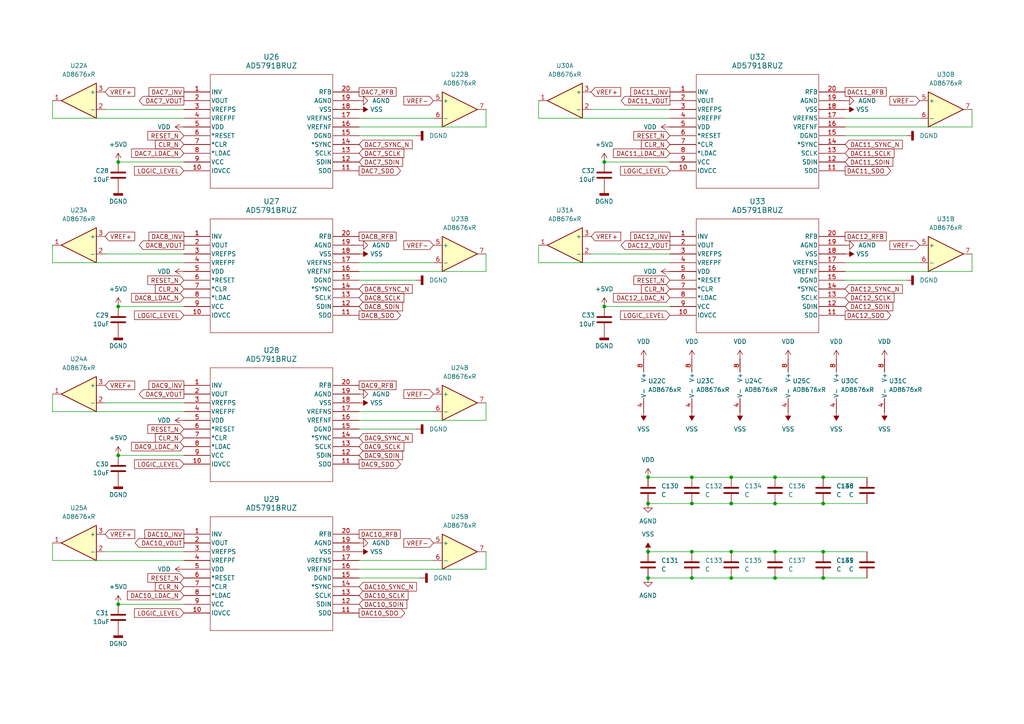
<source format=kicad_sch>
(kicad_sch (version 20250114) (generator "eeschema") (generator_version "9.0")
  (paper "A4")
  (lib_symbols
    (symbol "AD5791BRUZ_1" (pin_names (offset 0.254))
      (property "Reference" "U10" (at 25.4 10.16 0))
      (property "Value" "AD5791BRUZ" (at 25.4 7.62 0))
      (symbol "AD5791BRUZ_1_0_1"
        (polyline (pts (xy 7.62 5.08) (xy 7.62 -27.94)) (stroke (width 0.127)))
        (polyline (pts (xy 7.62 -27.94) (xy 43.18 -27.94)) (stroke (width 0.127)))
        (polyline (pts (xy 43.18 5.08) (xy 7.62 5.08)) (stroke (width 0.127)))
        (polyline (pts (xy 43.18 -27.94) (xy 43.18 5.08)) (stroke (width 0.127)))
        (pin passive line (at 0 0 0) (length 7.62) (name "INV") (number "1"))
        (pin output line (at 0 -2.54 0) (length 7.62) (name "VOUT") (number "2"))
        (pin passive line (at 0 -5.08 0) (length 7.62) (name "VREFPS") (number "3"))
        (pin passive line (at 0 -7.62 0) (length 7.62) (name "VREFPF") (number "4"))
        (pin power_in line (at 0 -10.16 0) (length 7.62) (name "VDD") (number "5"))
        (pin input line (at 0 -12.7 0) (length 7.62) (name "*RESET") (number "6"))
        (pin input line (at 0 -15.24 0) (length 7.62) (name "*CLR") (number "7"))
        (pin input line (at 0 -17.78 0) (length 7.62) (name "*LDAC") (number "8"))
        (pin power_in line (at 0 -20.32 0) (length 7.62) (name "VCC") (number "9"))
        (pin passive line (at 0 -22.86 0) (length 7.62) (name "IOVCC") (number "10"))
        (pin passive line (at 50.8 0 180) (length 7.62) (name "RFB") (number "20"))
        (pin passive line (at 50.8 -2.54 180) (length 7.62) (name "AGND") (number "19"))
        (pin passive line (at 50.8 -5.08 180) (length 7.62) (name "VSS") (number "18"))
        (pin passive line (at 50.8 -7.62 180) (length 7.62) (name "VREFNS") (number "17"))
        (pin passive line (at 50.8 -10.16 180) (length 7.62) (name "VREFNF") (number "16"))
        (pin passive line (at 50.8 -12.7 180) (length 7.62) (name "DGND") (number "15"))
        (pin input line (at 50.8 -15.24 180) (length 7.62) (name "*SYNC") (number "14"))
        (pin input line (at 50.8 -17.78 180) (length 7.62) (name "SCLK") (number "13"))
        (pin input line (at 50.8 -20.32 180) (length 7.62) (name "SDIN") (number "12"))
        (pin output line (at 50.8 -22.86 180) (length 7.62) (name "SDO") (number "11"))
      )
    )
    (symbol "Amplifier_Operational:AD8676xR" (pin_names (offset 0.127))
      (property "Reference" "U" (at 2.54 6.35 0))
      (property "Value" "AD8676xR" (at 2.54 3.81 0))
      (symbol "AD8676xR_1_1"
        (polyline (pts (xy 5.08 0) (xy -5.08 5.08) (xy -5.08 -5.08) (xy 5.08 0)) (stroke (width 0.254)) (fill (type background)))
        (pin input line (at -7.62 2.54 0) (length 2.54) (name "+") (number "3"))
        (pin input line (at -7.62 -2.54 0) (length 2.54) (name "-") (number "2"))
        (pin output line (at 7.62 0 180) (length 2.54) (name "~") (number "1"))
      )
      (symbol "AD8676xR_2_1"
        (polyline (pts (xy 5.08 0) (xy -5.08 5.08) (xy -5.08 -5.08) (xy 5.08 0)) (stroke (width 0.254)) (fill (type background)))
        (pin input line (at -7.62 2.54 0) (length 2.54) (name "+") (number "5"))
        (pin input line (at -7.62 -2.54 0) (length 2.54) (name "-") (number "6"))
        (pin output line (at 7.62 0 180) (length 2.54) (name "~") (number "7"))
      )
      (symbol "AD8676xR_3_1"
        (pin power_in line (at 0 7.62 270) (length 3.81) (name "V+") (number "8"))
        (pin power_in line (at 0 -7.62 90) (length 3.81) (name "V-") (number "4"))
      )
    )
    (symbol "Device:C" (pin_numbers (hide yes)) (pin_names (offset 0.254))
      (property "Reference" "C" (at 0.635 2.54 0))
      (property "Value" "C" (at 0.635 -2.54 0))
      (symbol "C_0_1"
        (polyline (pts (xy -2.032 0.762) (xy 2.032 0.762)) (stroke (width 0.508)))
        (polyline (pts (xy -2.032 -0.762) (xy 2.032 -0.762)) (stroke (width 0.508)))
      )
      (symbol "C_1_1"
        (pin passive line (at 0 3.81 270) (length 2.794) (name "~") (number "1"))
        (pin passive line (at 0 -3.81 90) (length 2.794) (name "~") (number "2"))
      )
    )
    (symbol "power:+5V" (power) (pin_numbers (hide yes)) (pin_names (offset 0) (hide yes))
      (property "Value" "+5V" (at 0 3.556 0))
      (symbol "+5V_0_1"
        (polyline (pts (xy -0.762 1.27) (xy 0 2.54)))
        (polyline (pts (xy 0 2.54) (xy 0.762 1.27)))
        (polyline (pts (xy 0 0) (xy 0 2.54)))
      )
      (symbol "+5V_1_1"
        (pin power_in line (at 0 0 90) (length 0) (name "~") (number "1"))
      )
    )
    (symbol "power:GND" (power) (pin_numbers (hide yes)) (pin_names (offset 0) (hide yes))
      (property "Value" "GND" (at 0 -3.81 0))
      (symbol "GND_0_1"
        (polyline (pts (xy 0 0) (xy 0 -1.27) (xy 1.27 -1.27) (xy 0 -2.54) (xy -1.27 -1.27) (xy 0 -1.27)))
      )
      (symbol "GND_1_1"
        (pin power_in line (at 0 0 270) (length 0) (name "~") (number "1"))
      )
    )
    (symbol "power:GNDD" (power) (pin_numbers (hide yes)) (pin_names (offset 0) (hide yes))
      (property "Value" "GNDD" (at 0 -3.175 0))
      (symbol "GNDD_0_1"
        (rectangle (start -1.27 -1.524) (end 1.27 -2.032) (stroke (width 0.254)) (fill (type outline)))
        (polyline (pts (xy 0 0) (xy 0 -1.524)))
      )
      (symbol "GNDD_1_1"
        (pin power_in line (at 0 0 270) (length 0) (name "~") (number "1"))
      )
    )
    (symbol "power:VDD" (power) (pin_numbers (hide yes)) (pin_names (offset 0) (hide yes))
      (property "Value" "VDD" (at 0 3.556 0))
      (symbol "VDD_0_1"
        (polyline (pts (xy -0.762 1.27) (xy 0 2.54)))
        (polyline (pts (xy 0 2.54) (xy 0.762 1.27)))
        (polyline (pts (xy 0 0) (xy 0 2.54)))
      )
      (symbol "VDD_1_1"
        (pin power_in line (at 0 0 90) (length 0) (name "~") (number "1"))
      )
    )
    (symbol "power:VSS" (power) (pin_numbers (hide yes)) (pin_names (offset 0) (hide yes))
      (property "Value" "VSS" (at 0 3.556 0))
      (symbol "VSS_0_1"
        (polyline (pts (xy 0 0) (xy 0 2.54)))
        (polyline (pts (xy 0.762 1.27) (xy -0.762 1.27) (xy 0 2.54) (xy 0.762 1.27)) (fill (type outline)))
      )
      (symbol "VSS_1_1"
        (pin power_in line (at 0 0 90) (length 0) (name "~") (number "1"))
      )
    )
  )
  (junction (at 224.79 138.43))
  (junction (at 187.96 160.02))
  (junction (at 238.76 167.64))
  (junction (at 175.26 88.9))
  (junction (at 238.76 160.02))
  (junction (at 212.09 160.02))
  (junction (at 34.29 132.08))
  (junction (at 212.09 146.05))
  (junction (at 34.29 46.99))
  (junction (at 34.29 88.9))
  (junction (at 212.09 138.43))
  (junction (at 187.96 146.05))
  (junction (at 200.66 160.02))
  (junction (at 200.66 138.43))
  (junction (at 200.66 167.64))
  (junction (at 212.09 167.64))
  (junction (at 224.79 167.64))
  (junction (at 238.76 146.05))
  (junction (at 224.79 146.05))
  (junction (at 238.76 138.43))
  (junction (at 175.26 46.99))
  (junction (at 200.66 146.05))
  (junction (at 187.96 138.43))
  (junction (at 34.29 175.26))
  (junction (at 187.96 167.64))
  (junction (at 224.79 160.02))
  (wire (pts (xy 262.89 39.37) (xy 245.11 39.37)))
  (wire (pts (xy 238.76 138.43) (xy 251.46 138.43)))
  (wire (pts (xy 187.96 160.02) (xy 200.66 160.02)))
  (wire (pts (xy 104.14 165.1) (xy 140.97 165.1)))
  (wire (pts (xy 245.11 76.2) (xy 266.7 76.2)))
  (wire (pts (xy 200.66 146.05) (xy 212.09 146.05)))
  (wire (pts (xy 245.11 34.29) (xy 266.7 34.29)))
  (wire (pts (xy 156.21 29.21) (xy 156.21 34.29)))
  (wire (pts (xy 104.14 162.56) (xy 125.73 162.56)))
  (wire (pts (xy 15.24 162.56) (xy 53.34 162.56)))
  (wire (pts (xy 281.94 36.83) (xy 281.94 31.75)))
  (wire (pts (xy 212.09 138.43) (xy 224.79 138.43)))
  (wire (pts (xy 15.24 119.38) (xy 53.34 119.38)))
  (wire (pts (xy 104.14 78.74) (xy 140.97 78.74)))
  (wire (pts (xy 15.24 71.12) (xy 15.24 76.2)))
  (wire (pts (xy 104.14 34.29) (xy 125.73 34.29)))
  (wire (pts (xy 245.11 78.74) (xy 281.94 78.74)))
  (wire (pts (xy 30.48 73.66) (xy 53.34 73.66)))
  (wire (pts (xy 104.14 36.83) (xy 140.97 36.83)))
  (wire (pts (xy 104.14 76.2) (xy 125.73 76.2)))
  (wire (pts (xy 262.89 81.28) (xy 245.11 81.28)))
  (wire (pts (xy 15.24 34.29) (xy 53.34 34.29)))
  (wire (pts (xy 238.76 160.02) (xy 251.46 160.02)))
  (wire (pts (xy 140.97 78.74) (xy 140.97 73.66)))
  (wire (pts (xy 104.14 121.92) (xy 140.97 121.92)))
  (wire (pts (xy 104.14 119.38) (xy 125.73 119.38)))
  (wire (pts (xy 120.65 39.37) (xy 104.14 39.37)))
  (wire (pts (xy 281.94 78.74) (xy 281.94 73.66)))
  (wire (pts (xy 238.76 146.05) (xy 251.46 146.05)))
  (wire (pts (xy 140.97 36.83) (xy 140.97 31.75)))
  (wire (pts (xy 140.97 121.92) (xy 140.97 116.84)))
  (wire (pts (xy 200.66 160.02) (xy 212.09 160.02)))
  (wire (pts (xy 34.29 46.99) (xy 53.34 46.99)))
  (wire (pts (xy 224.79 138.43) (xy 238.76 138.43)))
  (wire (pts (xy 245.11 36.83) (xy 281.94 36.83)))
  (wire (pts (xy 30.48 160.02) (xy 53.34 160.02)))
  (wire (pts (xy 34.29 175.26) (xy 53.34 175.26)))
  (wire (pts (xy 15.24 76.2) (xy 53.34 76.2)))
  (wire (pts (xy 15.24 157.48) (xy 15.24 162.56)))
  (wire (pts (xy 212.09 160.02) (xy 224.79 160.02)))
  (wire (pts (xy 34.29 132.08) (xy 53.34 132.08)))
  (wire (pts (xy 175.26 46.99) (xy 194.31 46.99)))
  (wire (pts (xy 120.65 81.28) (xy 104.14 81.28)))
  (wire (pts (xy 175.26 88.9) (xy 194.31 88.9)))
  (wire (pts (xy 120.65 124.46) (xy 104.14 124.46)))
  (wire (pts (xy 171.45 73.66) (xy 194.31 73.66)))
  (wire (pts (xy 15.24 29.21) (xy 15.24 34.29)))
  (wire (pts (xy 224.79 167.64) (xy 238.76 167.64)))
  (wire (pts (xy 212.09 146.05) (xy 224.79 146.05)))
  (wire (pts (xy 200.66 138.43) (xy 212.09 138.43)))
  (wire (pts (xy 34.29 88.9) (xy 53.34 88.9)))
  (wire (pts (xy 224.79 160.02) (xy 238.76 160.02)))
  (wire (pts (xy 212.09 167.64) (xy 224.79 167.64)))
  (wire (pts (xy 15.24 114.3) (xy 15.24 119.38)))
  (wire (pts (xy 156.21 34.29) (xy 194.31 34.29)))
  (wire (pts (xy 238.76 167.64) (xy 251.46 167.64)))
  (wire (pts (xy 187.96 138.43) (xy 200.66 138.43)))
  (wire (pts (xy 121.92 167.64) (xy 104.14 167.64)))
  (wire (pts (xy 156.21 76.2) (xy 194.31 76.2)))
  (wire (pts (xy 30.48 116.84) (xy 53.34 116.84)))
  (wire (pts (xy 140.97 165.1) (xy 140.97 160.02)))
  (wire (pts (xy 171.45 31.75) (xy 194.31 31.75)))
  (wire (pts (xy 200.66 167.64) (xy 212.09 167.64)))
  (wire (pts (xy 187.96 146.05) (xy 200.66 146.05)))
  (wire (pts (xy 30.48 31.75) (xy 53.34 31.75)))
  (wire (pts (xy 224.79 146.05) (xy 238.76 146.05)))
  (wire (pts (xy 156.21 71.12) (xy 156.21 76.2)))
  (wire (pts (xy 187.96 167.64) (xy 200.66 167.64)))
  (global_label "DAC10_VOUT" (shape output) (at 53.34 157.48 180) (property "Intersheetrefs" "${INTERSHEET_REFS}" (effects (hide yes))))
  (global_label "RESET_N" (shape input) (at 53.34 81.28 180) (property "Intersheetrefs" "${INTERSHEET_REFS}" (effects (hide yes))))
  (global_label "DAC10_RFB" (shape passive) (at 104.14 154.94 0) (property "Intersheetrefs" "${INTERSHEET_REFS}" (effects (hide yes))))
  (global_label "DAC9_RFB" (shape passive) (at 104.14 111.76 0) (property "Intersheetrefs" "${INTERSHEET_REFS}" (effects (hide yes))))
  (global_label "DAC12_SCLK" (shape input) (at 245.11 86.36 0) (property "Intersheetrefs" "${INTERSHEET_REFS}" (effects (hide yes))))
  (global_label "VREF+" (shape input) (at 171.45 68.58 0) (property "Intersheetrefs" "${INTERSHEET_REFS}" (effects (hide yes))))
  (global_label "DAC11_SYNC_N" (shape input) (at 245.11 41.91 0) (property "Intersheetrefs" "${INTERSHEET_REFS}" (effects (hide yes))))
  (global_label "DAC8_VOUT" (shape output) (at 53.34 71.12 180) (property "Intersheetrefs" "${INTERSHEET_REFS}" (effects (hide yes))))
  (global_label "DAC12_SDIN" (shape input) (at 245.11 88.9 0) (property "Intersheetrefs" "${INTERSHEET_REFS}" (effects (hide yes))))
  (global_label "DAC11_RFB" (shape passive) (at 245.11 26.67 0) (property "Intersheetrefs" "${INTERSHEET_REFS}" (effects (hide yes))))
  (global_label "RESET_N" (shape input) (at 53.34 124.46 180) (property "Intersheetrefs" "${INTERSHEET_REFS}" (effects (hide yes))))
  (global_label "DAC12_SDO" (shape output) (at 245.11 91.44 0) (property "Intersheetrefs" "${INTERSHEET_REFS}" (effects (hide yes))))
  (global_label "RESET_N" (shape input) (at 194.31 39.37 180) (property "Intersheetrefs" "${INTERSHEET_REFS}" (effects (hide yes))))
  (global_label "VREF+" (shape input) (at 171.45 26.67 0) (property "Intersheetrefs" "${INTERSHEET_REFS}" (effects (hide yes))))
  (global_label "LOGIC_LEVEL" (shape input) (at 53.34 134.62 180) (property "Intersheetrefs" "${INTERSHEET_REFS}" (effects (hide yes))))
  (global_label "RESET_N" (shape input) (at 53.34 39.37 180) (property "Intersheetrefs" "${INTERSHEET_REFS}" (effects (hide yes))))
  (global_label "CLR_N" (shape input) (at 53.34 41.91 180) (property "Intersheetrefs" "${INTERSHEET_REFS}" (effects (hide yes))))
  (global_label "DAC10_LDAC_N" (shape input) (at 53.34 172.72 180) (property "Intersheetrefs" "${INTERSHEET_REFS}" (effects (hide yes))))
  (global_label "DAC11_LDAC_N" (shape input) (at 194.31 44.45 180) (property "Intersheetrefs" "${INTERSHEET_REFS}" (effects (hide yes))))
  (global_label "DAC10_SYNC_N" (shape input) (at 104.14 170.18 0) (property "Intersheetrefs" "${INTERSHEET_REFS}" (effects (hide yes))))
  (global_label "VREF+" (shape input) (at 30.48 111.76 0) (property "Intersheetrefs" "${INTERSHEET_REFS}" (effects (hide yes))))
  (global_label "DAC9_SDIN" (shape input) (at 104.14 132.08 0) (property "Intersheetrefs" "${INTERSHEET_REFS}" (effects (hide yes))))
  (global_label "DAC8_SDIN" (shape input) (at 104.14 88.9 0) (property "Intersheetrefs" "${INTERSHEET_REFS}" (effects (hide yes))))
  (global_label "CLR_N" (shape input) (at 194.31 83.82 180) (property "Intersheetrefs" "${INTERSHEET_REFS}" (effects (hide yes))))
  (global_label "DAC9_VOUT" (shape output) (at 53.34 114.3 180) (property "Intersheetrefs" "${INTERSHEET_REFS}" (effects (hide yes))))
  (global_label "DAC12_INV" (shape passive) (at 194.31 68.58 180) (property "Intersheetrefs" "${INTERSHEET_REFS}" (effects (hide yes))))
  (global_label "VREF-" (shape input) (at 125.73 29.21 180) (property "Intersheetrefs" "${INTERSHEET_REFS}" (effects (hide yes))))
  (global_label "VREF-" (shape input) (at 125.73 114.3 180) (property "Intersheetrefs" "${INTERSHEET_REFS}" (effects (hide yes))))
  (global_label "CLR_N" (shape input) (at 53.34 127 180) (property "Intersheetrefs" "${INTERSHEET_REFS}" (effects (hide yes))))
  (global_label "DAC10_INV" (shape passive) (at 53.34 154.94 180) (property "Intersheetrefs" "${INTERSHEET_REFS}" (effects (hide yes))))
  (global_label "VREF-" (shape input) (at 125.73 71.12 180) (property "Intersheetrefs" "${INTERSHEET_REFS}" (effects (hide yes))))
  (global_label "RESET_N" (shape input) (at 53.34 167.64 180) (property "Intersheetrefs" "${INTERSHEET_REFS}" (effects (hide yes))))
  (global_label "DAC9_SYNC_N" (shape input) (at 104.14 127 0) (property "Intersheetrefs" "${INTERSHEET_REFS}" (effects (hide yes))))
  (global_label "DAC12_RFB" (shape passive) (at 245.11 68.58 0) (property "Intersheetrefs" "${INTERSHEET_REFS}" (effects (hide yes))))
  (global_label "DAC7_INV" (shape passive) (at 53.34 26.67 180) (property "Intersheetrefs" "${INTERSHEET_REFS}" (effects (hide yes))))
  (global_label "DAC7_SDO" (shape output) (at 104.14 49.53 0) (property "Intersheetrefs" "${INTERSHEET_REFS}" (effects (hide yes))))
  (global_label "VREF-" (shape input) (at 266.7 71.12 180) (property "Intersheetrefs" "${INTERSHEET_REFS}" (effects (hide yes))))
  (global_label "CLR_N" (shape input) (at 53.34 170.18 180) (property "Intersheetrefs" "${INTERSHEET_REFS}" (effects (hide yes))))
  (global_label "CLR_N" (shape input) (at 53.34 83.82 180) (property "Intersheetrefs" "${INTERSHEET_REFS}" (effects (hide yes))))
  (global_label "VREF+" (shape input) (at 30.48 68.58 0) (property "Intersheetrefs" "${INTERSHEET_REFS}" (effects (hide yes))))
  (global_label "LOGIC_LEVEL" (shape input) (at 194.31 49.53 180) (property "Intersheetrefs" "${INTERSHEET_REFS}" (effects (hide yes))))
  (global_label "VREF+" (shape input) (at 30.48 26.67 0) (property "Intersheetrefs" "${INTERSHEET_REFS}" (effects (hide yes))))
  (global_label "DAC8_SYNC_N" (shape input) (at 104.14 83.82 0) (property "Intersheetrefs" "${INTERSHEET_REFS}" (effects (hide yes))))
  (global_label "DAC9_SDO" (shape output) (at 104.14 134.62 0) (property "Intersheetrefs" "${INTERSHEET_REFS}" (effects (hide yes))))
  (global_label "LOGIC_LEVEL" (shape input) (at 53.34 49.53 180) (property "Intersheetrefs" "${INTERSHEET_REFS}" (effects (hide yes))))
  (global_label "CLR_N" (shape input) (at 194.31 41.91 180) (property "Intersheetrefs" "${INTERSHEET_REFS}" (effects (hide yes))))
  (global_label "DAC9_SCLK" (shape input) (at 104.14 129.54 0) (property "Intersheetrefs" "${INTERSHEET_REFS}" (effects (hide yes))))
  (global_label "DAC8_RFB" (shape passive) (at 104.14 68.58 0) (property "Intersheetrefs" "${INTERSHEET_REFS}" (effects (hide yes))))
  (global_label "DAC11_INV" (shape passive) (at 194.31 26.67 180) (property "Intersheetrefs" "${INTERSHEET_REFS}" (effects (hide yes))))
  (global_label "DAC10_SCLK" (shape input) (at 104.14 172.72 0) (property "Intersheetrefs" "${INTERSHEET_REFS}" (effects (hide yes))))
  (global_label "DAC10_SDIN" (shape input) (at 104.14 175.26 0) (property "Intersheetrefs" "${INTERSHEET_REFS}" (effects (hide yes))))
  (global_label "DAC7_LDAC_N" (shape input) (at 53.34 44.45 180) (property "Intersheetrefs" "${INTERSHEET_REFS}" (effects (hide yes))))
  (global_label "DAC10_SDO" (shape output) (at 104.14 177.8 0) (property "Intersheetrefs" "${INTERSHEET_REFS}" (effects (hide yes))))
  (global_label "DAC8_LDAC_N" (shape input) (at 53.34 86.36 180) (property "Intersheetrefs" "${INTERSHEET_REFS}" (effects (hide yes))))
  (global_label "LOGIC_LEVEL" (shape input) (at 53.34 177.8 180) (property "Intersheetrefs" "${INTERSHEET_REFS}" (effects (hide yes))))
  (global_label "DAC8_INV" (shape passive) (at 53.34 68.58 180) (property "Intersheetrefs" "${INTERSHEET_REFS}" (effects (hide yes))))
  (global_label "DAC9_INV" (shape passive) (at 53.34 111.76 180) (property "Intersheetrefs" "${INTERSHEET_REFS}" (effects (hide yes))))
  (global_label "DAC7_RFB" (shape passive) (at 104.14 26.67 0) (property "Intersheetrefs" "${INTERSHEET_REFS}" (effects (hide yes))))
  (global_label "DAC11_VOUT" (shape output) (at 194.31 29.21 180) (property "Intersheetrefs" "${INTERSHEET_REFS}" (effects (hide yes))))
  (global_label "DAC7_VOUT" (shape output) (at 53.34 29.21 180) (property "Intersheetrefs" "${INTERSHEET_REFS}" (effects (hide yes))))
  (global_label "DAC11_SDO" (shape output) (at 245.11 49.53 0) (property "Intersheetrefs" "${INTERSHEET_REFS}" (effects (hide yes))))
  (global_label "DAC12_VOUT" (shape output) (at 194.31 71.12 180) (property "Intersheetrefs" "${INTERSHEET_REFS}" (effects (hide yes))))
  (global_label "VREF-" (shape input) (at 125.73 157.48 180) (property "Intersheetrefs" "${INTERSHEET_REFS}" (effects (hide yes))))
  (global_label "LOGIC_LEVEL" (shape input) (at 53.34 91.44 180) (property "Intersheetrefs" "${INTERSHEET_REFS}" (effects (hide yes))))
  (global_label "DAC8_SCLK" (shape input) (at 104.14 86.36 0) (property "Intersheetrefs" "${INTERSHEET_REFS}" (effects (hide yes))))
  (global_label "DAC11_SDIN" (shape input) (at 245.11 46.99 0) (property "Intersheetrefs" "${INTERSHEET_REFS}" (effects (hide yes))))
  (global_label "RESET_N" (shape input) (at 194.31 81.28 180) (property "Intersheetrefs" "${INTERSHEET_REFS}" (effects (hide yes))))
  (global_label "VREF+" (shape input) (at 30.48 154.94 0) (property "Intersheetrefs" "${INTERSHEET_REFS}" (effects (hide yes))))
  (global_label "LOGIC_LEVEL" (shape input) (at 194.31 91.44 180) (property "Intersheetrefs" "${INTERSHEET_REFS}" (effects (hide yes))))
  (global_label "DAC9_LDAC_N" (shape input) (at 53.34 129.54 180) (property "Intersheetrefs" "${INTERSHEET_REFS}" (effects (hide yes))))
  (global_label "DAC12_LDAC_N" (shape input) (at 194.31 86.36 180) (property "Intersheetrefs" "${INTERSHEET_REFS}" (effects (hide yes))))
  (global_label "DAC7_SDIN" (shape input) (at 104.14 46.99 0) (property "Intersheetrefs" "${INTERSHEET_REFS}" (effects (hide yes))))
  (global_label "DAC12_SYNC_N" (shape input) (at 245.11 83.82 0) (property "Intersheetrefs" "${INTERSHEET_REFS}" (effects (hide yes))))
  (global_label "DAC7_SYNC_N" (shape input) (at 104.14 41.91 0) (property "Intersheetrefs" "${INTERSHEET_REFS}" (effects (hide yes))))
  (global_label "DAC11_SCLK" (shape input) (at 245.11 44.45 0) (property "Intersheetrefs" "${INTERSHEET_REFS}" (effects (hide yes))))
  (global_label "VREF-" (shape input) (at 266.7 29.21 180) (property "Intersheetrefs" "${INTERSHEET_REFS}" (effects (hide yes))))
  (global_label "DAC7_SCLK" (shape input) (at 104.14 44.45 0) (property "Intersheetrefs" "${INTERSHEET_REFS}" (effects (hide yes))))
  (global_label "DAC8_SDO" (shape output) (at 104.14 91.44 0) (property "Intersheetrefs" "${INTERSHEET_REFS}" (effects (hide yes))))
  (symbol (lib_id "power:VSS") (at 104.14 73.66 270) (mirror x) (unit 1)
    (property "Reference" "#PWR0103" (effects (hide yes)))
    (property "Value" "VSS" (at 109.22 73.66 90))
    (property "Description" "Power symbol creates a global label with name \"VSS\"" (effects (hide yes)))
  )
  (symbol (lib_id "power:GND") (at 187.96 146.05 0) (unit 1)
    (property "Reference" "#PWR0515" (effects (hide yes)))
    (property "Value" "AGND" (at 187.96 151.13 0))
    (property "Description" "Power symbol creates a global label with name \"GND\" , ground" (effects (hide yes)))
  )
  (symbol (lib_name "AD5791BRUZ_1") (lib_id "2025-11-19_00-21-39:AD5791BRUZ") (at 53.34 26.67 0) (unit 1)
    (property "Reference" "U26" (at 78.74 16.51 0) (effects (font (size 1.524 1.524))))
    (property "Value" "AD5791BRUZ" (at 78.74 19.05 0) (effects (font (size 1.524 1.524))))
    (property "Footprint" "Package_SO:TSSOP-20_4.4x6.5mm_P0.65mm" (effects (hide yes)))
    (property "Datasheet" "https://www.analog.com/media/en/technical-documentation/data-sheets/AD5791-EP.pdf" (effects (hide yes)))
  )
  (symbol (lib_id "power:VDD") (at 242.57 104.14 0) (unit 1)
    (property "Reference" "#PWR0123" (effects (hide yes)))
    (property "Value" "VDD" (at 242.57 99.06 0))
    (property "Description" "Power symbol creates a global label with name \"VDD\"" (effects (hide yes)))
  )
  (symbol (lib_id "Device:C") (at 224.79 163.83 0) (unit 1)
    (property "Reference" "C137" (at 228.6 162.5599 0) (effects (justify left)))
    (property "Value" "C" (at 228.6 165.0999 0) (effects (justify left)))
    (property "Footprint" "Capacitor_SMD:C_0402_1005Metric_Pad0.74x0.62mm_HandSolder" (effects (hide yes)))
    (property "Description" "Unpolarized capacitor" (effects (hide yes)))
  )
  (symbol (lib_id "power:GNDD") (at 34.29 182.88 0) (unit 1)
    (property "Reference" "#PWR094" (effects (hide yes)))
    (property "Value" "DGND" (at 34.29 186.69 0))
    (property "Description" "Power symbol creates a global label with name \"GNDD\" , digital ground" (effects (hide yes)))
  )
  (symbol (lib_id "Amplifier_Operational:AD8676xR") (at 242.57 111.76 0) (unit 3)
    (property "Reference" "U30" (at 243.84 110.4899 0) (effects (justify left)))
    (property "Value" "AD8676xR" (at 243.84 113.0299 0) (effects (justify left)))
    (property "Footprint" "Package_SO:SOIC-8_3.9x4.9mm_P1.27mm" (effects (hide yes)))
    (property "Datasheet" "https://www.analog.com/media/en/technical-documentation/data-sheets/AD8676.pdf" (effects (hide yes)))
    (property "Description" "Dual operational amplifier, Ultra-precision, 36V, Rail-to-rail output, SOIC-8" (effects (hide yes)))
  )
  (symbol (lib_id "power:VDD") (at 53.34 78.74 90) (unit 1)
    (property "Reference" "#PWR096" (effects (hide yes)))
    (property "Value" "VDD" (at 49.53 78.7399 90) (effects (justify left)))
    (property "Description" "Power symbol creates a global label with name \"VDD\"" (effects (hide yes)))
  )
  (symbol (lib_id "power:+5V") (at 175.26 88.9 0) (unit 1)
    (property "Reference" "#PWR0278" (effects (hide yes)))
    (property "Value" "+5VD" (at 175.26 83.82 0))
    (property "Description" "Power symbol creates a global label with name \"+5V\"" (effects (hide yes)))
  )
  (symbol (lib_id "power:VDD") (at 214.63 104.14 0) (unit 1)
    (property "Reference" "#PWR0119" (effects (hide yes)))
    (property "Value" "VDD" (at 214.63 99.06 0))
    (property "Description" "Power symbol creates a global label with name \"VDD\"" (effects (hide yes)))
  )
  (symbol (lib_id "power:VSS") (at 256.54 119.38 0) (mirror x) (unit 1)
    (property "Reference" "#PWR0132" (effects (hide yes)))
    (property "Value" "VSS" (at 256.54 124.46 0))
    (property "Description" "Power symbol creates a global label with name \"VSS\"" (effects (hide yes)))
  )
  (symbol (lib_id "power:+5V") (at 34.29 88.9 0) (unit 1)
    (property "Reference" "#PWR0275" (effects (hide yes)))
    (property "Value" "+5VD" (at 34.29 83.82 0))
    (property "Description" "Power symbol creates a global label with name \"+5V\"" (effects (hide yes)))
  )
  (symbol (lib_name "AD5791BRUZ_1") (lib_id "2025-11-19_00-21-39:AD5791BRUZ") (at 194.31 26.67 0) (unit 1)
    (property "Reference" "U32" (at 219.71 16.51 0) (effects (font (size 1.524 1.524))))
    (property "Value" "AD5791BRUZ" (at 219.71 19.05 0) (effects (font (size 1.524 1.524))))
    (property "Footprint" "Package_SO:TSSOP-20_4.4x6.5mm_P0.65mm" (effects (hide yes)))
    (property "Datasheet" "https://www.analog.com/media/en/technical-documentation/data-sheets/AD5791-EP.pdf" (effects (hide yes)))
  )
  (symbol (lib_id "power:GNDD") (at 120.65 39.37 90) (unit 1)
    (property "Reference" "#PWR0101" (effects (hide yes)))
    (property "Value" "DGND" (at 124.46 39.3699 90) (effects (justify right)))
    (property "Description" "Power symbol creates a global label with name \"GNDD\" , digital ground" (effects (hide yes)))
  )
  (symbol (lib_id "power:VSS") (at 104.14 160.02 270) (mirror x) (unit 1)
    (property "Reference" "#PWR0109" (effects (hide yes)))
    (property "Value" "VSS" (at 109.22 160.02 90))
    (property "Description" "Power symbol creates a global label with name \"VSS\"" (effects (hide yes)))
  )
  (symbol (lib_id "power:VDD") (at 194.31 78.74 90) (unit 1)
    (property "Reference" "#PWR0116" (effects (hide yes)))
    (property "Value" "VDD" (at 190.5 78.7399 90) (effects (justify left)))
    (property "Description" "Power symbol creates a global label with name \"VDD\"" (effects (hide yes)))
  )
  (symbol (lib_id "power:GND") (at 104.14 71.12 90) (unit 1)
    (property "Reference" "#PWR0102" (effects (hide yes)))
    (property "Value" "AGND" (at 107.95 71.1199 90) (effects (justify right)))
    (property "Description" "Power symbol creates a global label with name \"GND\" , ground" (effects (hide yes)))
  )
  (symbol (lib_id "Amplifier_Operational:AD8676xR") (at 274.32 31.75 0) (unit 2)
    (property "Reference" "U30" (at 274.32 21.59 0))
    (property "Value" "AD8676xR" (at 274.32 24.13 0))
    (property "Footprint" "Package_SO:SOIC-8_3.9x4.9mm_P1.27mm" (effects (hide yes)))
    (property "Datasheet" "https://www.analog.com/media/en/technical-documentation/data-sheets/AD8676.pdf" (effects (hide yes)))
    (property "Description" "Dual operational amplifier, Ultra-precision, 36V, Rail-to-rail output, SOIC-8" (effects (hide yes)))
  )
  (symbol (lib_id "power:GND") (at 245.11 29.21 90) (unit 1)
    (property "Reference" "#PWR0125" (effects (hide yes)))
    (property "Value" "AGND" (at 248.92 29.2099 90) (effects (justify right)))
    (property "Description" "Power symbol creates a global label with name \"GND\" , ground" (effects (hide yes)))
  )
  (symbol (lib_id "power:GNDD") (at 34.29 54.61 0) (unit 1)
    (property "Reference" "#PWR091" (effects (hide yes)))
    (property "Value" "DGND" (at 34.29 58.42 0))
    (property "Description" "Power symbol creates a global label with name \"GNDD\" , digital ground" (effects (hide yes)))
  )
  (symbol (lib_id "Device:C") (at 34.29 50.8 0) (mirror y) (unit 1)
    (property "Reference" "C28" (at 27.686 49.53 0) (effects (justify right)))
    (property "Value" "10uF" (at 26.924 52.07 0) (effects (justify right)))
    (property "Footprint" "Capacitor_SMD:C_0603_1608Metric_Pad1.08x0.95mm_HandSolder" (effects (hide yes)))
    (property "Description" "Unpolarized capacitor" (effects (hide yes)))
  )
  (symbol (lib_id "power:VDD") (at 53.34 165.1 90) (unit 1)
    (property "Reference" "#PWR098" (effects (hide yes)))
    (property "Value" "VDD" (at 49.53 165.0999 90) (effects (justify left)))
    (property "Description" "Power symbol creates a global label with name \"VDD\"" (effects (hide yes)))
  )
  (symbol (lib_id "Device:C") (at 175.26 50.8 0) (mirror y) (unit 1)
    (property "Reference" "C32" (at 168.656 49.53 0) (effects (justify right)))
    (property "Value" "10uF" (at 167.894 52.07 0) (effects (justify right)))
    (property "Footprint" "Capacitor_SMD:C_0603_1608Metric_Pad1.08x0.95mm_HandSolder" (effects (hide yes)))
    (property "Description" "Unpolarized capacitor" (effects (hide yes)))
  )
  (symbol (lib_id "Device:C") (at 212.09 163.83 0) (unit 1)
    (property "Reference" "C135" (at 215.9 162.5599 0) (effects (justify left)))
    (property "Value" "C" (at 215.9 165.0999 0) (effects (justify left)))
    (property "Footprint" "Capacitor_SMD:C_0402_1005Metric_Pad0.74x0.62mm_HandSolder" (effects (hide yes)))
    (property "Description" "Unpolarized capacitor" (effects (hide yes)))
  )
  (symbol (lib_id "power:VSS") (at 228.6 119.38 0) (mirror x) (unit 1)
    (property "Reference" "#PWR0122" (effects (hide yes)))
    (property "Value" "VSS" (at 228.6 124.46 0))
    (property "Description" "Power symbol creates a global label with name \"VSS\"" (effects (hide yes)))
  )
  (symbol (lib_id "Device:C") (at 187.96 142.24 0) (unit 1)
    (property "Reference" "C130" (at 191.77 140.9699 0) (effects (justify left)))
    (property "Value" "C" (at 191.77 143.5099 0) (effects (justify left)))
    (property "Footprint" "Capacitor_SMD:C_0402_1005Metric_Pad0.74x0.62mm_HandSolder" (effects (hide yes)))
    (property "Description" "Unpolarized capacitor" (effects (hide yes)))
  )
  (symbol (lib_id "power:GNDD") (at 121.92 167.64 90) (unit 1)
    (property "Reference" "#PWR0110" (effects (hide yes)))
    (property "Value" "DGND" (at 125.73 167.6399 90) (effects (justify right)))
    (property "Description" "Power symbol creates a global label with name \"GNDD\" , digital ground" (effects (hide yes)))
  )
  (symbol (lib_id "Device:C") (at 34.29 92.71 0) (mirror y) (unit 1)
    (property "Reference" "C29" (at 27.686 91.44 0) (effects (justify right)))
    (property "Value" "10uF" (at 26.924 93.98 0) (effects (justify right)))
    (property "Footprint" "Capacitor_SMD:C_0603_1608Metric_Pad1.08x0.95mm_HandSolder" (effects (hide yes)))
    (property "Description" "Unpolarized capacitor" (effects (hide yes)))
  )
  (symbol (lib_id "Device:C") (at 224.79 142.24 0) (unit 1)
    (property "Reference" "C136" (at 228.6 140.9699 0) (effects (justify left)))
    (property "Value" "C" (at 228.6 143.5099 0) (effects (justify left)))
    (property "Footprint" "Capacitor_SMD:C_0402_1005Metric_Pad0.74x0.62mm_HandSolder" (effects (hide yes)))
    (property "Description" "Unpolarized capacitor" (effects (hide yes)))
  )
  (symbol (lib_id "power:GNDD") (at 34.29 139.7 0) (unit 1)
    (property "Reference" "#PWR093" (effects (hide yes)))
    (property "Value" "DGND" (at 34.29 143.51 0))
    (property "Description" "Power symbol creates a global label with name \"GNDD\" , digital ground" (effects (hide yes)))
  )
  (symbol (lib_id "Amplifier_Operational:AD8676xR") (at 214.63 111.76 0) (unit 3)
    (property "Reference" "U24" (at 215.9 110.4899 0) (effects (justify left)))
    (property "Value" "AD8676xR" (at 215.9 113.0299 0) (effects (justify left)))
    (property "Footprint" "Package_SO:SOIC-8_3.9x4.9mm_P1.27mm" (effects (hide yes)))
    (property "Datasheet" "https://www.analog.com/media/en/technical-documentation/data-sheets/AD8676.pdf" (effects (hide yes)))
    (property "Description" "Dual operational amplifier, Ultra-precision, 36V, Rail-to-rail output, SOIC-8" (effects (hide yes)))
  )
  (symbol (lib_id "Device:C") (at 212.09 142.24 0) (unit 1)
    (property "Reference" "C134" (at 215.9 140.9699 0) (effects (justify left)))
    (property "Value" "C" (at 215.9 143.5099 0) (effects (justify left)))
    (property "Footprint" "Capacitor_SMD:C_0402_1005Metric_Pad0.74x0.62mm_HandSolder" (effects (hide yes)))
    (property "Description" "Unpolarized capacitor" (effects (hide yes)))
  )
  (symbol (lib_id "power:GND") (at 104.14 29.21 90) (unit 1)
    (property "Reference" "#PWR099" (effects (hide yes)))
    (property "Value" "AGND" (at 107.95 29.2099 90) (effects (justify right)))
    (property "Description" "Power symbol creates a global label with name \"GND\" , ground" (effects (hide yes)))
  )
  (symbol (lib_id "Amplifier_Operational:AD8676xR") (at 228.6 111.76 0) (unit 3)
    (property "Reference" "U25" (at 229.87 110.4899 0) (effects (justify left)))
    (property "Value" "AD8676xR" (at 229.87 113.0299 0) (effects (justify left)))
    (property "Footprint" "Package_SO:SOIC-8_3.9x4.9mm_P1.27mm" (effects (hide yes)))
    (property "Datasheet" "https://www.analog.com/media/en/technical-documentation/data-sheets/AD8676.pdf" (effects (hide yes)))
    (property "Description" "Dual operational amplifier, Ultra-precision, 36V, Rail-to-rail output, SOIC-8" (effects (hide yes)))
  )
  (symbol (lib_id "Device:C") (at 200.66 163.83 0) (unit 1)
    (property "Reference" "C133" (at 204.47 162.5599 0) (effects (justify left)))
    (property "Value" "C" (at 204.47 165.0999 0) (effects (justify left)))
    (property "Footprint" "Capacitor_SMD:C_0402_1005Metric_Pad0.74x0.62mm_HandSolder" (effects (hide yes)))
    (property "Description" "Unpolarized capacitor" (effects (hide yes)))
  )
  (symbol (lib_id "power:GNDD") (at 175.26 54.61 0) (unit 1)
    (property "Reference" "#PWR0111" (effects (hide yes)))
    (property "Value" "DGND" (at 175.26 58.42 0))
    (property "Description" "Power symbol creates a global label with name \"GNDD\" , digital ground" (effects (hide yes)))
  )
  (symbol (lib_id "power:GNDD") (at 262.89 39.37 90) (unit 1)
    (property "Reference" "#PWR0127" (effects (hide yes)))
    (property "Value" "DGND" (at 266.7 39.3699 90) (effects (justify right)))
    (property "Description" "Power symbol creates a global label with name \"GNDD\" , digital ground" (effects (hide yes)))
  )
  (symbol (lib_id "power:VSS") (at 187.96 160.02 0) (mirror y) (unit 1)
    (property "Reference" "#PWR0516" (effects (hide yes)))
    (property "Value" "VSS" (at 187.96 154.94 0))
    (property "Description" "Power symbol creates a global label with name \"VSS\"" (effects (hide yes)))
  )
  (symbol (lib_id "power:VDD") (at 194.31 36.83 90) (unit 1)
    (property "Reference" "#PWR0115" (effects (hide yes)))
    (property "Value" "VDD" (at 190.5 36.8299 90) (effects (justify left)))
    (property "Description" "Power symbol creates a global label with name \"VDD\"" (effects (hide yes)))
  )
  (symbol (lib_id "Amplifier_Operational:AD8676xR") (at 186.69 111.76 0) (unit 3)
    (property "Reference" "U22" (at 187.96 110.4899 0) (effects (justify left)))
    (property "Value" "AD8676xR" (at 187.96 113.0299 0) (effects (justify left)))
    (property "Footprint" "Package_SO:SOIC-8_3.9x4.9mm_P1.27mm" (effects (hide yes)))
    (property "Datasheet" "https://www.analog.com/media/en/technical-documentation/data-sheets/AD8676.pdf" (effects (hide yes)))
    (property "Description" "Dual operational amplifier, Ultra-precision, 36V, Rail-to-rail output, SOIC-8" (effects (hide yes)))
  )
  (symbol (lib_id "Device:C") (at 238.76 163.83 0) (unit 1)
    (property "Reference" "C139" (at 242.57 162.5599 0) (effects (justify left)))
    (property "Value" "C" (at 242.57 165.0999 0) (effects (justify left)))
    (property "Footprint" "Capacitor_SMD:C_0402_1005Metric_Pad0.74x0.62mm_HandSolder" (effects (hide yes)))
    (property "Description" "Unpolarized capacitor" (effects (hide yes)))
  )
  (symbol (lib_id "power:VSS") (at 186.69 119.38 0) (mirror x) (unit 1)
    (property "Reference" "#PWR0114" (effects (hide yes)))
    (property "Value" "VSS" (at 186.69 124.46 0))
    (property "Description" "Power symbol creates a global label with name \"VSS\"" (effects (hide yes)))
  )
  (symbol (lib_id "Device:C") (at 34.29 135.89 0) (mirror y) (unit 1)
    (property "Reference" "C30" (at 27.686 134.62 0) (effects (justify right)))
    (property "Value" "10uF" (at 26.924 137.16 0) (effects (justify right)))
    (property "Footprint" "Capacitor_SMD:C_0603_1608Metric_Pad1.08x0.95mm_HandSolder" (effects (hide yes)))
    (property "Description" "Unpolarized capacitor" (effects (hide yes)))
  )
  (symbol (lib_id "Device:C") (at 175.26 92.71 0) (mirror y) (unit 1)
    (property "Reference" "C33" (at 168.656 91.44 0) (effects (justify right)))
    (property "Value" "10uF" (at 167.894 93.98 0) (effects (justify right)))
    (property "Footprint" "Capacitor_SMD:C_0603_1608Metric_Pad1.08x0.95mm_HandSolder" (effects (hide yes)))
    (property "Description" "Unpolarized capacitor" (effects (hide yes)))
  )
  (symbol (lib_id "power:GNDD") (at 120.65 124.46 90) (unit 1)
    (property "Reference" "#PWR0107" (effects (hide yes)))
    (property "Value" "DGND" (at 124.46 124.4599 90) (effects (justify right)))
    (property "Description" "Power symbol creates a global label with name \"GNDD\" , digital ground" (effects (hide yes)))
  )
  (symbol (lib_name "AD5791BRUZ_1") (lib_id "2025-11-19_00-21-39:AD5791BRUZ") (at 194.31 68.58 0) (unit 1)
    (property "Reference" "U33" (at 219.71 58.42 0) (effects (font (size 1.524 1.524))))
    (property "Value" "AD5791BRUZ" (at 219.71 60.96 0) (effects (font (size 1.524 1.524))))
    (property "Footprint" "Package_SO:TSSOP-20_4.4x6.5mm_P0.65mm" (effects (hide yes)))
    (property "Datasheet" "https://www.analog.com/media/en/technical-documentation/data-sheets/AD5791-EP.pdf" (effects (hide yes)))
  )
  (symbol (lib_name "AD5791BRUZ_1") (lib_id "2025-11-19_00-21-39:AD5791BRUZ") (at 53.34 154.94 0) (unit 1)
    (property "Reference" "U29" (at 78.74 144.78 0) (effects (font (size 1.524 1.524))))
    (property "Value" "AD5791BRUZ" (at 78.74 147.32 0) (effects (font (size 1.524 1.524))))
    (property "Footprint" "Package_SO:TSSOP-20_4.4x6.5mm_P0.65mm" (effects (hide yes)))
    (property "Datasheet" "https://www.analog.com/media/en/technical-documentation/data-sheets/AD5791-EP.pdf" (effects (hide yes)))
  )
  (symbol (lib_name "AD5791BRUZ_1") (lib_id "2025-11-19_00-21-39:AD5791BRUZ") (at 53.34 111.76 0) (unit 1)
    (property "Reference" "U28" (at 78.74 101.6 0) (effects (font (size 1.524 1.524))))
    (property "Value" "AD5791BRUZ" (at 78.74 104.14 0) (effects (font (size 1.524 1.524))))
    (property "Footprint" "Package_SO:TSSOP-20_4.4x6.5mm_P0.65mm" (effects (hide yes)))
    (property "Datasheet" "https://www.analog.com/media/en/technical-documentation/data-sheets/AD5791-EP.pdf" (effects (hide yes)))
  )
  (symbol (lib_id "power:+5V") (at 34.29 175.26 0) (unit 1)
    (property "Reference" "#PWR0277" (effects (hide yes)))
    (property "Value" "+5VD" (at 34.29 170.18 0))
    (property "Description" "Power symbol creates a global label with name \"+5V\"" (effects (hide yes)))
  )
  (symbol (lib_id "power:GNDD") (at 34.29 96.52 0) (unit 1)
    (property "Reference" "#PWR092" (effects (hide yes)))
    (property "Value" "DGND" (at 34.29 100.33 0))
    (property "Description" "Power symbol creates a global label with name \"GNDD\" , digital ground" (effects (hide yes)))
  )
  (symbol (lib_id "Amplifier_Operational:AD8676xR") (at 256.54 111.76 0) (unit 3)
    (property "Reference" "U31" (at 257.81 110.4899 0) (effects (justify left)))
    (property "Value" "AD8676xR" (at 257.81 113.0299 0) (effects (justify left)))
    (property "Footprint" "Package_SO:SOIC-8_3.9x4.9mm_P1.27mm" (effects (hide yes)))
    (property "Datasheet" "https://www.analog.com/media/en/technical-documentation/data-sheets/AD8676.pdf" (effects (hide yes)))
    (property "Description" "Dual operational amplifier, Ultra-precision, 36V, Rail-to-rail output, SOIC-8" (effects (hide yes)))
  )
  (symbol (lib_id "Amplifier_Operational:AD8676xR") (at 22.86 29.21 0) (mirror y) (unit 1)
    (property "Reference" "U22" (at 22.86 19.05 0))
    (property "Value" "AD8676xR" (at 22.86 21.59 0))
    (property "Footprint" "Package_SO:SOIC-8_3.9x4.9mm_P1.27mm" (effects (hide yes)))
    (property "Datasheet" "https://www.analog.com/media/en/technical-documentation/data-sheets/AD8676.pdf" (effects (hide yes)))
    (property "Description" "Dual operational amplifier, Ultra-precision, 36V, Rail-to-rail output, SOIC-8" (effects (hide yes)))
  )
  (symbol (lib_id "power:GND") (at 187.96 167.64 0) (unit 1)
    (property "Reference" "#PWR0517" (effects (hide yes)))
    (property "Value" "AGND" (at 187.96 172.72 0))
    (property "Description" "Power symbol creates a global label with name \"GND\" , ground" (effects (hide yes)))
  )
  (symbol (lib_id "power:VDD") (at 187.96 138.43 0) (unit 1)
    (property "Reference" "#PWR0514" (effects (hide yes)))
    (property "Value" "VDD" (at 187.96 133.35 0))
    (property "Description" "Power symbol creates a global label with name \"VDD\"" (effects (hide yes)))
  )
  (symbol (lib_id "Device:C") (at 251.46 163.83 0) (mirror y) (unit 1)
    (property "Reference" "C141" (at 247.65 162.5599 0) (effects (justify left)))
    (property "Value" "C" (at 247.65 165.0999 0) (effects (justify left)))
    (property "Footprint" "Capacitor_SMD:C_0402_1005Metric_Pad0.74x0.62mm_HandSolder" (effects (hide yes)))
    (property "Description" "Unpolarized capacitor" (effects (hide yes)))
  )
  (symbol (lib_id "power:GND") (at 104.14 114.3 90) (unit 1)
    (property "Reference" "#PWR0105" (effects (hide yes)))
    (property "Value" "AGND" (at 107.95 114.2999 90) (effects (justify right)))
    (property "Description" "Power symbol creates a global label with name \"GND\" , ground" (effects (hide yes)))
  )
  (symbol (lib_id "Amplifier_Operational:AD8676xR") (at 274.32 73.66 0) (unit 2)
    (property "Reference" "U31" (at 274.32 63.5 0))
    (property "Value" "AD8676xR" (at 274.32 66.04 0))
    (property "Footprint" "Package_SO:SOIC-8_3.9x4.9mm_P1.27mm" (effects (hide yes)))
    (property "Datasheet" "https://www.analog.com/media/en/technical-documentation/data-sheets/AD8676.pdf" (effects (hide yes)))
    (property "Description" "Dual operational amplifier, Ultra-precision, 36V, Rail-to-rail output, SOIC-8" (effects (hide yes)))
  )
  (symbol (lib_id "power:GND") (at 245.11 71.12 90) (unit 1)
    (property "Reference" "#PWR0128" (effects (hide yes)))
    (property "Value" "AGND" (at 248.92 71.1199 90) (effects (justify right)))
    (property "Description" "Power symbol creates a global label with name \"GND\" , ground" (effects (hide yes)))
  )
  (symbol (lib_id "Amplifier_Operational:AD8676xR") (at 133.35 31.75 0) (unit 2)
    (property "Reference" "U22" (at 133.35 21.59 0))
    (property "Value" "AD8676xR" (at 133.35 24.13 0))
    (property "Footprint" "Package_SO:SOIC-8_3.9x4.9mm_P1.27mm" (effects (hide yes)))
    (property "Datasheet" "https://www.analog.com/media/en/technical-documentation/data-sheets/AD8676.pdf" (effects (hide yes)))
    (property "Description" "Dual operational amplifier, Ultra-precision, 36V, Rail-to-rail output, SOIC-8" (effects (hide yes)))
  )
  (symbol (lib_id "power:VSS") (at 214.63 119.38 0) (mirror x) (unit 1)
    (property "Reference" "#PWR0120" (effects (hide yes)))
    (property "Value" "VSS" (at 214.63 124.46 0))
    (property "Description" "Power symbol creates a global label with name \"VSS\"" (effects (hide yes)))
  )
  (symbol (lib_id "power:VSS") (at 245.11 73.66 270) (mirror x) (unit 1)
    (property "Reference" "#PWR0129" (effects (hide yes)))
    (property "Value" "VSS" (at 250.19 73.66 90))
    (property "Description" "Power symbol creates a global label with name \"VSS\"" (effects (hide yes)))
  )
  (symbol (lib_id "Amplifier_Operational:AD8676xR") (at 133.35 73.66 0) (unit 2)
    (property "Reference" "U23" (at 133.35 63.5 0))
    (property "Value" "AD8676xR" (at 133.35 66.04 0))
    (property "Footprint" "Package_SO:SOIC-8_3.9x4.9mm_P1.27mm" (effects (hide yes)))
    (property "Datasheet" "https://www.analog.com/media/en/technical-documentation/data-sheets/AD8676.pdf" (effects (hide yes)))
    (property "Description" "Dual operational amplifier, Ultra-precision, 36V, Rail-to-rail output, SOIC-8" (effects (hide yes)))
  )
  (symbol (lib_id "power:GNDD") (at 175.26 96.52 0) (unit 1)
    (property "Reference" "#PWR0112" (effects (hide yes)))
    (property "Value" "DGND" (at 175.26 100.33 0))
    (property "Description" "Power symbol creates a global label with name \"GNDD\" , digital ground" (effects (hide yes)))
  )
  (symbol (lib_id "power:+5V") (at 34.29 132.08 0) (unit 1)
    (property "Reference" "#PWR0276" (effects (hide yes)))
    (property "Value" "+5VD" (at 34.29 127 0))
    (property "Description" "Power symbol creates a global label with name \"+5V\"" (effects (hide yes)))
  )
  (symbol (lib_id "Amplifier_Operational:AD8676xR") (at 133.35 160.02 0) (unit 2)
    (property "Reference" "U25" (at 133.35 149.86 0))
    (property "Value" "AD8676xR" (at 133.35 152.4 0))
    (property "Footprint" "Package_SO:SOIC-8_3.9x4.9mm_P1.27mm" (effects (hide yes)))
    (property "Datasheet" "https://www.analog.com/media/en/technical-documentation/data-sheets/AD8676.pdf" (effects (hide yes)))
    (property "Description" "Dual operational amplifier, Ultra-precision, 36V, Rail-to-rail output, SOIC-8" (effects (hide yes)))
  )
  (symbol (lib_id "power:VSS") (at 242.57 119.38 0) (mirror x) (unit 1)
    (property "Reference" "#PWR0124" (effects (hide yes)))
    (property "Value" "VSS" (at 242.57 124.46 0))
    (property "Description" "Power symbol creates a global label with name \"VSS\"" (effects (hide yes)))
  )
  (symbol (lib_id "Amplifier_Operational:AD8676xR") (at 133.35 116.84 0) (unit 2)
    (property "Reference" "U24" (at 133.35 106.68 0))
    (property "Value" "AD8676xR" (at 133.35 109.22 0))
    (property "Footprint" "Package_SO:SOIC-8_3.9x4.9mm_P1.27mm" (effects (hide yes)))
    (property "Datasheet" "https://www.analog.com/media/en/technical-documentation/data-sheets/AD8676.pdf" (effects (hide yes)))
    (property "Description" "Dual operational amplifier, Ultra-precision, 36V, Rail-to-rail output, SOIC-8" (effects (hide yes)))
  )
  (symbol (lib_id "power:VDD") (at 200.66 104.14 0) (unit 1)
    (property "Reference" "#PWR0117" (effects (hide yes)))
    (property "Value" "VDD" (at 200.66 99.06 0))
    (property "Description" "Power symbol creates a global label with name \"VDD\"" (effects (hide yes)))
  )
  (symbol (lib_id "power:VSS") (at 104.14 116.84 270) (mirror x) (unit 1)
    (property "Reference" "#PWR0106" (effects (hide yes)))
    (property "Value" "VSS" (at 109.22 116.84 90))
    (property "Description" "Power symbol creates a global label with name \"VSS\"" (effects (hide yes)))
  )
  (symbol (lib_id "Amplifier_Operational:AD8676xR") (at 163.83 29.21 0) (mirror y) (unit 1)
    (property "Reference" "U30" (at 163.83 19.05 0))
    (property "Value" "AD8676xR" (at 163.83 21.59 0))
    (property "Footprint" "Package_SO:SOIC-8_3.9x4.9mm_P1.27mm" (effects (hide yes)))
    (property "Datasheet" "https://www.analog.com/media/en/technical-documentation/data-sheets/AD8676.pdf" (effects (hide yes)))
    (property "Description" "Dual operational amplifier, Ultra-precision, 36V, Rail-to-rail output, SOIC-8" (effects (hide yes)))
  )
  (symbol (lib_id "power:VSS") (at 200.66 119.38 0) (mirror x) (unit 1)
    (property "Reference" "#PWR0118" (effects (hide yes)))
    (property "Value" "VSS" (at 200.66 124.46 0))
    (property "Description" "Power symbol creates a global label with name \"VSS\"" (effects (hide yes)))
  )
  (symbol (lib_id "Amplifier_Operational:AD8676xR") (at 163.83 71.12 0) (mirror y) (unit 1)
    (property "Reference" "U31" (at 163.83 60.96 0))
    (property "Value" "AD8676xR" (at 163.83 63.5 0))
    (property "Footprint" "Package_SO:SOIC-8_3.9x4.9mm_P1.27mm" (effects (hide yes)))
    (property "Datasheet" "https://www.analog.com/media/en/technical-documentation/data-sheets/AD8676.pdf" (effects (hide yes)))
    (property "Description" "Dual operational amplifier, Ultra-precision, 36V, Rail-to-rail output, SOIC-8" (effects (hide yes)))
  )
  (symbol (lib_id "power:VSS") (at 104.14 31.75 270) (mirror x) (unit 1)
    (property "Reference" "#PWR0100" (effects (hide yes)))
    (property "Value" "VSS" (at 109.22 31.75 90))
    (property "Description" "Power symbol creates a global label with name \"VSS\"" (effects (hide yes)))
  )
  (symbol (lib_id "Device:C") (at 187.96 163.83 0) (unit 1)
    (property "Reference" "C131" (at 191.77 162.5599 0) (effects (justify left)))
    (property "Value" "C" (at 191.77 165.0999 0) (effects (justify left)))
    (property "Footprint" "Capacitor_SMD:C_0402_1005Metric_Pad0.74x0.62mm_HandSolder" (effects (hide yes)))
    (property "Description" "Unpolarized capacitor" (effects (hide yes)))
  )
  (symbol (lib_id "power:+5V") (at 34.29 46.99 0) (unit 1)
    (property "Reference" "#PWR0274" (effects (hide yes)))
    (property "Value" "+5VD" (at 34.29 41.91 0))
    (property "Description" "Power symbol creates a global label with name \"+5V\"" (effects (hide yes)))
  )
  (symbol (lib_id "Amplifier_Operational:AD8676xR") (at 200.66 111.76 0) (unit 3)
    (property "Reference" "U23" (at 201.93 110.4899 0) (effects (justify left)))
    (property "Value" "AD8676xR" (at 201.93 113.0299 0) (effects (justify left)))
    (property "Footprint" "Package_SO:SOIC-8_3.9x4.9mm_P1.27mm" (effects (hide yes)))
    (property "Datasheet" "https://www.analog.com/media/en/technical-documentation/data-sheets/AD8676.pdf" (effects (hide yes)))
    (property "Description" "Dual operational amplifier, Ultra-precision, 36V, Rail-to-rail output, SOIC-8" (effects (hide yes)))
  )
  (symbol (lib_name "AD5791BRUZ_1") (lib_id "2025-11-19_00-21-39:AD5791BRUZ") (at 53.34 68.58 0) (unit 1)
    (property "Reference" "U27" (at 78.74 58.42 0) (effects (font (size 1.524 1.524))))
    (property "Value" "AD5791BRUZ" (at 78.74 60.96 0) (effects (font (size 1.524 1.524))))
    (property "Footprint" "Package_SO:TSSOP-20_4.4x6.5mm_P0.65mm" (effects (hide yes)))
    (property "Datasheet" "https://www.analog.com/media/en/technical-documentation/data-sheets/AD5791-EP.pdf" (effects (hide yes)))
  )
  (symbol (lib_id "power:GND") (at 104.14 157.48 90) (unit 1)
    (property "Reference" "#PWR0108" (effects (hide yes)))
    (property "Value" "AGND" (at 107.95 157.4799 90) (effects (justify right)))
    (property "Description" "Power symbol creates a global label with name \"GND\" , ground" (effects (hide yes)))
  )
  (symbol (lib_id "Amplifier_Operational:AD8676xR") (at 22.86 114.3 0) (mirror y) (unit 1)
    (property "Reference" "U24" (at 22.86 104.14 0))
    (property "Value" "AD8676xR" (at 22.86 106.68 0))
    (property "Footprint" "Package_SO:SOIC-8_3.9x4.9mm_P1.27mm" (effects (hide yes)))
    (property "Datasheet" "https://www.analog.com/media/en/technical-documentation/data-sheets/AD8676.pdf" (effects (hide yes)))
    (property "Description" "Dual operational amplifier, Ultra-precision, 36V, Rail-to-rail output, SOIC-8" (effects (hide yes)))
  )
  (symbol (lib_id "power:VDD") (at 186.69 104.14 0) (unit 1)
    (property "Reference" "#PWR0113" (effects (hide yes)))
    (property "Value" "VDD" (at 186.69 99.06 0))
    (property "Description" "Power symbol creates a global label with name \"VDD\"" (effects (hide yes)))
  )
  (symbol (lib_id "power:VSS") (at 245.11 31.75 270) (mirror x) (unit 1)
    (property "Reference" "#PWR0126" (effects (hide yes)))
    (property "Value" "VSS" (at 250.19 31.75 90))
    (property "Description" "Power symbol creates a global label with name \"VSS\"" (effects (hide yes)))
  )
  (symbol (lib_id "Amplifier_Operational:AD8676xR") (at 22.86 157.48 0) (mirror y) (unit 1)
    (property "Reference" "U25" (at 22.86 147.32 0))
    (property "Value" "AD8676xR" (at 22.86 149.86 0))
    (property "Footprint" "Package_SO:SOIC-8_3.9x4.9mm_P1.27mm" (effects (hide yes)))
    (property "Datasheet" "https://www.analog.com/media/en/technical-documentation/data-sheets/AD8676.pdf" (effects (hide yes)))
    (property "Description" "Dual operational amplifier, Ultra-precision, 36V, Rail-to-rail output, SOIC-8" (effects (hide yes)))
  )
  (symbol (lib_id "power:GNDD") (at 120.65 81.28 90) (unit 1)
    (property "Reference" "#PWR0104" (effects (hide yes)))
    (property "Value" "DGND" (at 124.46 81.2799 90) (effects (justify right)))
    (property "Description" "Power symbol creates a global label with name \"GNDD\" , digital ground" (effects (hide yes)))
  )
  (symbol (lib_id "Device:C") (at 238.76 142.24 0) (unit 1)
    (property "Reference" "C138" (at 242.57 140.9699 0) (effects (justify left)))
    (property "Value" "C" (at 242.57 143.5099 0) (effects (justify left)))
    (property "Footprint" "Capacitor_SMD:C_0402_1005Metric_Pad0.74x0.62mm_HandSolder" (effects (hide yes)))
    (property "Description" "Unpolarized capacitor" (effects (hide yes)))
  )
  (symbol (lib_id "Device:C") (at 200.66 142.24 0) (unit 1)
    (property "Reference" "C132" (at 204.47 140.9699 0) (effects (justify left)))
    (property "Value" "C" (at 204.47 143.5099 0) (effects (justify left)))
    (property "Footprint" "Capacitor_SMD:C_0402_1005Metric_Pad0.74x0.62mm_HandSolder" (effects (hide yes)))
    (property "Description" "Unpolarized capacitor" (effects (hide yes)))
  )
  (symbol (lib_id "power:VDD") (at 256.54 104.14 0) (unit 1)
    (property "Reference" "#PWR0131" (effects (hide yes)))
    (property "Value" "VDD" (at 256.54 99.06 0))
    (property "Description" "Power symbol creates a global label with name \"VDD\"" (effects (hide yes)))
  )
  (symbol (lib_id "Device:C") (at 34.29 179.07 0) (mirror y) (unit 1)
    (property "Reference" "C31" (at 27.686 177.8 0) (effects (justify right)))
    (property "Value" "10uF" (at 26.924 180.34 0) (effects (justify right)))
    (property "Footprint" "Capacitor_SMD:C_0603_1608Metric_Pad1.08x0.95mm_HandSolder" (effects (hide yes)))
    (property "Description" "Unpolarized capacitor" (effects (hide yes)))
  )
  (symbol (lib_id "power:GNDD") (at 262.89 81.28 90) (unit 1)
    (property "Reference" "#PWR0130" (effects (hide yes)))
    (property "Value" "DGND" (at 266.7 81.2799 90) (effects (justify right)))
    (property "Description" "Power symbol creates a global label with name \"GNDD\" , digital ground" (effects (hide yes)))
  )
  (symbol (lib_id "power:VDD") (at 53.34 121.92 90) (unit 1)
    (property "Reference" "#PWR097" (effects (hide yes)))
    (property "Value" "VDD" (at 49.53 121.9199 90) (effects (justify left)))
    (property "Description" "Power symbol creates a global label with name \"VDD\"" (effects (hide yes)))
  )
  (symbol (lib_id "Device:C") (at 251.46 142.24 0) (mirror y) (unit 1)
    (property "Reference" "C140" (at 247.65 140.9699 0) (effects (justify left)))
    (property "Value" "C" (at 247.65 143.5099 0) (effects (justify left)))
    (property "Footprint" "Capacitor_SMD:C_0402_1005Metric_Pad0.74x0.62mm_HandSolder" (effects (hide yes)))
    (property "Description" "Unpolarized capacitor" (effects (hide yes)))
  )
  (symbol (lib_id "power:VDD") (at 53.34 36.83 90) (unit 1)
    (property "Reference" "#PWR095" (effects (hide yes)))
    (property "Value" "VDD" (at 49.53 36.8299 90) (effects (justify left)))
    (property "Description" "Power symbol creates a global label with name \"VDD\"" (effects (hide yes)))
  )
  (symbol (lib_id "Amplifier_Operational:AD8676xR") (at 22.86 71.12 0) (mirror y) (unit 1)
    (property "Reference" "U23" (at 22.86 60.96 0))
    (property "Value" "AD8676xR" (at 22.86 63.5 0))
    (property "Footprint" "Package_SO:SOIC-8_3.9x4.9mm_P1.27mm" (effects (hide yes)))
    (property "Datasheet" "https://www.analog.com/media/en/technical-documentation/data-sheets/AD8676.pdf" (effects (hide yes)))
    (property "Description" "Dual operational amplifier, Ultra-precision, 36V, Rail-to-rail output, SOIC-8" (effects (hide yes)))
  )
  (symbol (lib_id "power:+5V") (at 175.26 46.99 0) (unit 1)
    (property "Reference" "#PWR0279" (effects (hide yes)))
    (property "Value" "+5VD" (at 175.26 41.91 0))
    (property "Description" "Power symbol creates a global label with name \"+5V\"" (effects (hide yes)))
  )
  (symbol (lib_id "power:VDD") (at 228.6 104.14 0) (unit 1)
    (property "Reference" "#PWR0121" (effects (hide yes)))
    (property "Value" "VDD" (at 228.6 99.06 0))
    (property "Description" "Power symbol creates a global label with name \"VDD\"" (effects (hide yes)))
  )
)
</source>
